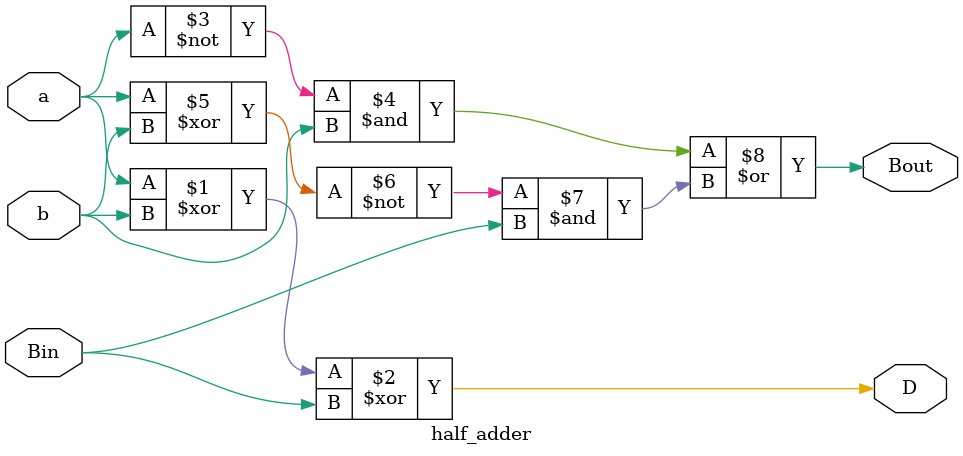
<source format=v>
module half_adder(input a, b, Bin, output D, Bout);
  assign D = a ^ b ^ Bin;
  assign Bout = (~a & b) | (~(a ^ b) & Bin);
endmodule
</source>
